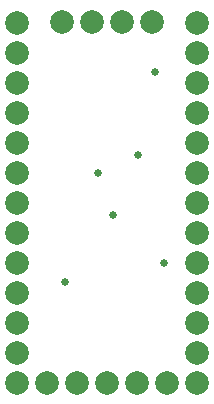
<source format=gbr>
G04 EAGLE Gerber RS-274X export*
G75*
%MOMM*%
%FSLAX34Y34*%
%LPD*%
%INSoldermask Bottom*%
%IPPOS*%
%AMOC8*
5,1,8,0,0,1.08239X$1,22.5*%
G01*
%ADD10C,2.006600*%
%ADD11C,0.652000*%


D10*
X12700Y17780D03*
X12700Y43180D03*
X12700Y68580D03*
X12700Y93980D03*
X12700Y119380D03*
X12700Y144780D03*
X12700Y170180D03*
X12700Y195580D03*
X12700Y220980D03*
X12700Y246380D03*
X12700Y271780D03*
X12700Y297180D03*
X12700Y322580D03*
X165100Y322580D03*
X165100Y297180D03*
X165100Y271780D03*
X165100Y246380D03*
X165100Y220980D03*
X165100Y195580D03*
X165100Y170180D03*
X165100Y144780D03*
X165100Y119380D03*
X165100Y93980D03*
X165100Y68580D03*
X165100Y43180D03*
X165100Y17780D03*
X139700Y17780D03*
X114300Y17780D03*
X88900Y17780D03*
X63500Y17780D03*
X38100Y17780D03*
X101346Y323342D03*
X126746Y323342D03*
X51054Y322834D03*
X76454Y322834D03*
D11*
X129540Y280670D03*
X53340Y102870D03*
X81280Y195580D03*
X115570Y210820D03*
X93980Y160020D03*
X137160Y119380D03*
M02*

</source>
